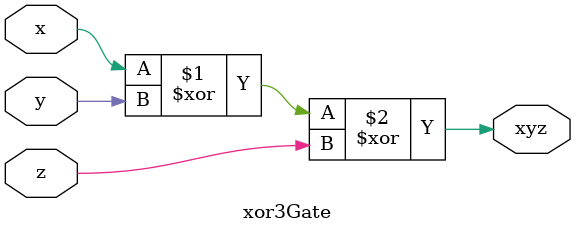
<source format=v>
`timescale 1ns/1ns

module xor3Gate(
    output xyz,
    input x,
    input y,
    input z
);
    xor #(7ns) (xyz,x,y,z);
endmodule

</source>
